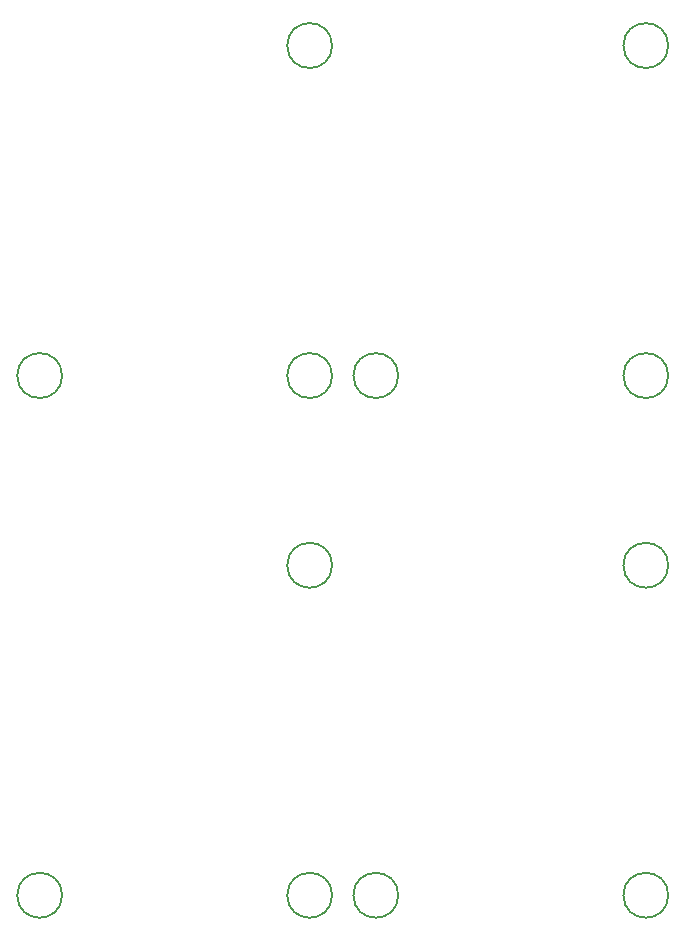
<source format=gbr>
G04 #@! TF.GenerationSoftware,KiCad,Pcbnew,9.0.4*
G04 #@! TF.CreationDate,2025-08-20T18:38:41-04:00*
G04 #@! TF.ProjectId,jlc_pcba,6a6c635f-7063-4626-912e-6b696361645f,rev?*
G04 #@! TF.SameCoordinates,Original*
G04 #@! TF.FileFunction,Other,Comment*
%FSLAX46Y46*%
G04 Gerber Fmt 4.6, Leading zero omitted, Abs format (unit mm)*
G04 Created by KiCad (PCBNEW 9.0.4) date 2025-08-20 18:38:41*
%MOMM*%
%LPD*%
G01*
G04 APERTURE LIST*
%ADD10C,0.150000*%
G04 APERTURE END LIST*
D10*
G04 #@! TO.C,board_outline108*
X11470000Y-36880000D02*
G75*
G02*
X7670000Y-36880000I-1900000J0D01*
G01*
X7670000Y-36880000D02*
G75*
G02*
X11470000Y-36880000I1900000J0D01*
G01*
X34330000Y-8940000D02*
G75*
G02*
X30530000Y-8940000I-1900000J0D01*
G01*
X30530000Y-8940000D02*
G75*
G02*
X34330000Y-8940000I1900000J0D01*
G01*
X34330000Y-36880000D02*
G75*
G02*
X30530000Y-36880000I-1900000J0D01*
G01*
X30530000Y-36880000D02*
G75*
G02*
X34330000Y-36880000I1900000J0D01*
G01*
X39930000Y-80880000D02*
G75*
G02*
X36130000Y-80880000I-1900000J0D01*
G01*
X36130000Y-80880000D02*
G75*
G02*
X39930000Y-80880000I1900000J0D01*
G01*
X62790000Y-52940000D02*
G75*
G02*
X58990000Y-52940000I-1900000J0D01*
G01*
X58990000Y-52940000D02*
G75*
G02*
X62790000Y-52940000I1900000J0D01*
G01*
X62790000Y-80880000D02*
G75*
G02*
X58990000Y-80880000I-1900000J0D01*
G01*
X58990000Y-80880000D02*
G75*
G02*
X62790000Y-80880000I1900000J0D01*
G01*
X39930000Y-36880000D02*
G75*
G02*
X36130000Y-36880000I-1900000J0D01*
G01*
X36130000Y-36880000D02*
G75*
G02*
X39930000Y-36880000I1900000J0D01*
G01*
X62790000Y-8940000D02*
G75*
G02*
X58990000Y-8940000I-1900000J0D01*
G01*
X58990000Y-8940000D02*
G75*
G02*
X62790000Y-8940000I1900000J0D01*
G01*
X62790000Y-36880000D02*
G75*
G02*
X58990000Y-36880000I-1900000J0D01*
G01*
X58990000Y-36880000D02*
G75*
G02*
X62790000Y-36880000I1900000J0D01*
G01*
X11470000Y-80880000D02*
G75*
G02*
X7670000Y-80880000I-1900000J0D01*
G01*
X7670000Y-80880000D02*
G75*
G02*
X11470000Y-80880000I1900000J0D01*
G01*
X34330000Y-52940000D02*
G75*
G02*
X30530000Y-52940000I-1900000J0D01*
G01*
X30530000Y-52940000D02*
G75*
G02*
X34330000Y-52940000I1900000J0D01*
G01*
X34330000Y-80880000D02*
G75*
G02*
X30530000Y-80880000I-1900000J0D01*
G01*
X30530000Y-80880000D02*
G75*
G02*
X34330000Y-80880000I1900000J0D01*
G01*
G04 #@! TD*
M02*

</source>
